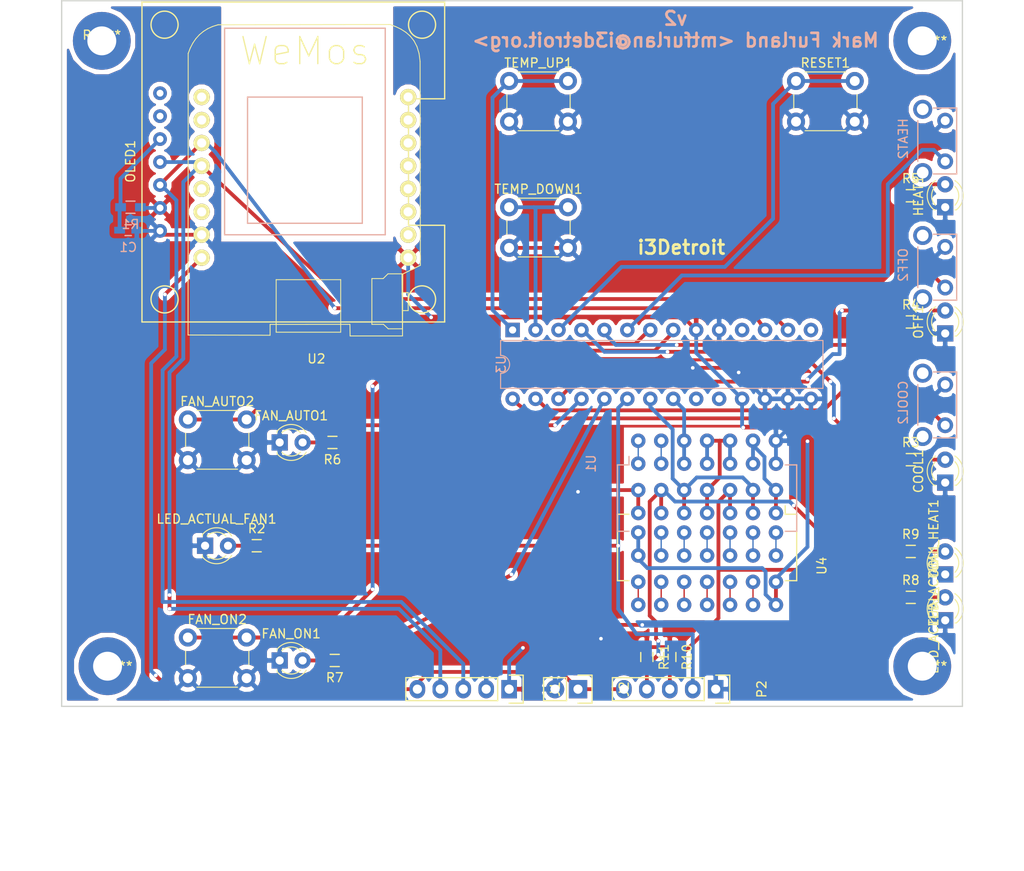
<source format=kicad_pcb>
(kicad_pcb (version 20211014) (generator pcbnew)
  (title_block (rev "2.0"))
  (layers (0 "F.Cu" signal) (31 "B.Cu" signal) (34 "B.Paste" user) (35 "F.Paste" user) (36 "B.SilkS" user "B.Silkscreen") (37 "F.SilkS" user "F.Silkscreen") (38 "B.Mask" user) (39 "F.Mask" user) (44 "Edge.Cuts" user))
  (net 0 "")
  (net 1 "Net-(C1-Pad1)")
  (net 2 "GND")
  (net 3 "/LED_COOL")
  (net 4 "Net-(COOL1-Pad2)")
  (net 5 "/BUTTON_COOL")
  (net 6 "/LED_FAN_AUTO")
  (net 7 "Net-(FAN_AUTO1-Pad2)")
  (net 8 "/BUTTON_FAN_AUTO")
  (net 9 "Net-(FAN_ON1-Pad2)")
  (net 10 "/BUTTON_FAN_ON")
  (net 11 "/LED_HEAT")
  (net 12 "Net-(HEAT1-Pad2)")
  (net 13 "/BUTTON_HEAT")
  (net 14 "/LED_OFF")
  (net 15 "Net-(OFF1-Pad2)")
  (net 16 "/BUTTON_OFF")
  (net 17 "+3V3")
  (net 18 "/SCL")
  (net 19 "/SDA")
  (net 20 "/CONTROL_FAN_ON")
  (net 21 "/CONTROL_ENABLE")
  (net 22 "/BUTTON_RESET")
  (net 23 "/BUTTON_TEMP_DOWN")
  (net 24 "/BUTTON_TEMP_UP")
  (net 25 "/CONTROL_SELECT")
  (net 26 "Net-(U1-Pad6)")
  (net 27 "Net-(U1-Pad4)")
  (net 28 "/LED_FAN_FORCED")
  (net 29 "/COOL_OUT")
  (net 30 "/HEAT_OUT")
  (net 31 "Net-(LED_ACTUAL_COOL1-Pad2)")
  (net 32 "Net-(LED_ACTUAL_FAN1-Pad2)")
  (net 33 "Net-(LED_ACTUAL_HEAT1-Pad2)")
  (net 34 "+5V")
  (footprint "LEDs:LED_D3.0mm" (layer "F.Cu") (at 154.94 114.3 90)
    (fp_text reference "COOL1")
    (fp_text value "LED")
  )
  (footprint "LEDs:LED_D3.0mm" (layer "F.Cu") (at 81.28 109.855)
    (fp_text reference "FAN_AUTO1")
    (fp_text value "LED")
  )
  (footprint "Buttons_Switches_THT:SW_PUSH_6mm" (layer "F.Cu") (at 71.12 107.315)
    (fp_text reference "FAN_AUTO2")
    (fp_text value "SW_Push")
  )
  (footprint "LEDs:LED_D3.0mm" (layer "F.Cu") (at 81.28 133.985)
    (fp_text reference "FAN_ON1")
    (fp_text value "LED")
  )
  (footprint "Buttons_Switches_THT:SW_PUSH_6mm" (layer "F.Cu") (at 71.12 131.445)
    (fp_text reference "FAN_ON2")
    (fp_text value "SW_Push")
  )
  (footprint "LEDs:LED_D3.0mm" (layer "F.Cu") (at 154.94 83.82 90)
    (fp_text reference "HEAT1")
    (fp_text value "LED")
  )
  (footprint "LEDs:LED_D3.0mm" (layer "F.Cu") (at 154.94 97.79 90)
    (fp_text reference "OFF1")
    (fp_text value "LED")
  )
  (footprint "Buttons_Switches_THT:SW_PUSH_6mm" (layer "F.Cu") (at 138.43 69.85)
    (fp_text reference "RESET1")
    (fp_text value "SW_Push")
  )
  (footprint "Buttons_Switches_THT:SW_PUSH_6mm" (layer "F.Cu") (at 106.68 83.82)
    (fp_text reference "TEMP_DOWN1")
    (fp_text value "SW_Push")
  )
  (footprint "Buttons_Switches_THT:SW_PUSH_6mm" (layer "F.Cu") (at 106.68 69.85)
    (fp_text reference "TEMP_UP1")
    (fp_text value "SW_Push")
  )
  (footprint "wemos_d1_mini:D1_mini_board" (layer "F.Cu") (at 84.074 81.788)
    (fp_text reference "U2")
    (fp_text value "WeMos_mini")
  )
  (footprint "LEDs:LED_D3.0mm" (layer "F.Cu") (at 154.94 129.54 90)
    (fp_text reference "LED_ACTUAL_COOL1")
    (fp_text value "LED")
  )
  (footprint "LEDs:LED_D3.0mm" (layer "F.Cu") (at 73.025 121.285)
    (fp_text reference "LED_ACTUAL_FAN1")
    (fp_text value "LED")
  )
  (footprint "LEDs:LED_D3.0mm" (layer "F.Cu") (at 154.94 124.46 90)
    (fp_text reference "LED_ACTUAL_HEAT1")
    (fp_text value "LED")
  )
  (footprint "mine:OLED_I2C_SPI" (layer "F.Cu") (at 66.04 96.52 90)
    (fp_text reference "OLED1")
    (fp_text value "CONN_01X07")
  )
  (footprint "Resistors_SMD:R_0603_HandSoldering" (layer "F.Cu") (at 78.74 121.285)
    (fp_text reference "R2")
    (fp_text value "120R")
  )
  (footprint "Resistors_SMD:R_0603_HandSoldering" (layer "F.Cu") (at 151.13 111.76)
    (fp_text reference "R3")
    (fp_text value "120R")
  )
  (footprint "Resistors_SMD:R_0603_HandSoldering" (layer "F.Cu") (at 151.13 96.52)
    (fp_text reference "R4")
    (fp_text value "120R")
  )
  (footprint "Resistors_SMD:R_0603_HandSoldering" (layer "F.Cu") (at 151.13 82.55)
    (fp_text reference "R5")
    (fp_text value "120R")
  )
  (footprint "Resistors_SMD:R_0603_HandSoldering" (layer "F.Cu") (at 87.122 109.855 180)
    (fp_text reference "R6")
    (fp_text value "120R")
  )
  (footprint "Resistors_SMD:R_0603_HandSoldering" (layer "F.Cu") (at 87.376 133.985 180)
    (fp_text reference "R7")
    (fp_text value "120R")
  )
  (footprint "Resistors_SMD:R_0603_HandSoldering" (layer "F.Cu") (at 151.13 127)
    (fp_text reference "R8")
    (fp_text value "120R")
  )
  (footprint "Resistors_SMD:R_0603_HandSoldering" (layer "F.Cu") (at 151.13 121.92)
    (fp_text reference "R9")
    (fp_text value "120R")
  )
  (footprint "Resistors_SMD:R_0603_HandSoldering" (layer "F.Cu") (at 124.46 133.604 -90)
    (fp_text reference "R10")
    (fp_text value "5.7k")
  )
  (footprint "Resistors_SMD:R_0603_HandSoldering" (layer "F.Cu") (at 121.92 133.604 -90)
    (fp_text reference "R11")
    (fp_text value "5.7k")
  )
  (footprint "Pin_Headers:Pin_Header_Straight_1x05" (layer "F.Cu") (at 129.54 137.16 -90)
    (fp_text reference "P2")
    (fp_text value "CONN_01X05")
  )
  (footprint "Pin_Headers:Pin_Header_Straight_1x05" (layer "F.Cu") (at 106.68 137.16 -90)
    (fp_text reference "J1")
    (fp_text value "BME280, or daughterboard connector")
  )
  (footprint "Pin_Headers:Pin_Header_Straight_1x02" (layer "F.Cu") (at 114.3 137.16 -90)
    (fp_text reference "J2")
    (fp_text value "5v connector to power from 24vac off control wires")
  )
  (footprint "i3Logo:i3Logo" (layer "F.Cu") (at 125.095 76.835)
    (fp_text reference "svg2mod" hide)
    (fp_text value "G***" hide)
  )
  (footprint "mine:DIP-14_W7.62mm_cuttable-trace" (layer "F.Cu") (at 136.2075 117.6655 -90)
    (fp_text reference "U4")
    (fp_text value "74LS08")
  )
  (footprint "Mounting_Holes:MountingHole_3.2mm_M3_Pad" (layer "F.Cu") (at 61.595 65.405)
    (fp_text reference "REF**")
    (fp_text value "MountingHole_3.2mm_M3_Pad")
  )
  (footprint "Mounting_Holes:MountingHole_3.2mm_M3_Pad" (layer "F.Cu") (at 62.23 134.62)
    (fp_text reference "REF**")
    (fp_text value "MountingHole_3.2mm_M3_Pad")
  )
  (footprint "Mounting_Holes:MountingHole_3.2mm_M3_Pad" (layer "F.Cu") (at 152.4 134.62)
    (fp_text reference "REF**")
    (fp_text value "MountingHole_3.2mm_M3_Pad")
  )
  (footprint "Mounting_Holes:MountingHole_3.2mm_M3_Pad" (layer "F.Cu") (at 152.4 65.405)
    (fp_text reference "REF**")
    (fp_text value "MountingHole_3.2mm_M3_Pad")
  )
  (footprint "Housings_DIP:DIP-28_W7.62mm" (layer "B.Cu") (at 107.061 97.409 -90)
    (fp_text reference "U3")
    (fp_text value "MCP23017")
  )
  (footprint "Resistors_SMD:R_0603_HandSoldering" (layer "B.Cu") (at 64.77 83.82)
    (fp_text reference "R1")
    (fp_text value "120R")
  )
  (footprint "Capacitors_SMD:C_0603_HandSoldering" (layer "B.Cu") (at 64.516 86.36)
    (fp_text reference "C1")
    (fp_text value "4.7µF")
  )
  (footprint "Buttons_Switches_ThroughHole:SW_Tactile_SPST_Angled" (layer "B.Cu") (at 154.94 107.95 90)
    (fp_text reference "COOL2")
    (fp_text value "SW_Push")
  )
  (footprint "Buttons_Switches_ThroughHole:SW_Tactile_SPST_Angled" (layer "B.Cu") (at 154.94 78.74 90)
    (fp_text reference "HEAT2")
    (fp_text value "SW_Push")
  )
  (footprint "Buttons_Switches_ThroughHole:SW_Tactile_SPST_Angled" (layer "B.Cu") (at 154.94 92.71 90)
    (fp_text reference "OFF2")
    (fp_text value "SW_Push")
  )
  (footprint "mine:DIP-14_W7.62mm_cuttable-trace" (layer "B.Cu") (at 120.9675 112.2045 -90)
    (fp_text reference "U1")
    (fp_text value "74HC04")
  )
  (gr_line (start 156.845 139.065) (end 156.845 60.96) (layer "Edge.Cuts") (width 0.15))
  (gr_line (start 57.15 60.96) (end 156.845 60.96) (layer "Edge.Cuts") (width 0.15))
  (gr_line (start 156.845 139.065) (end 57.15 139.065) (layer "Edge.Cuts") (width 0.15))
  (gr_line (start 57.15 139.065) (end 57.15 60.96) (layer "Edge.Cuts") (width 0.15))
  (gr_text "v2\nMark Furland <mtfurlan@i3detroit.org>" (at 125.095 64.135) (layer "B.SilkS") (effects (font (size 1.5 1.5) (thickness 0.3)) (justify mirror)))
  (gr_text "i3Detroit" (at 125.73 88.265) (layer "F.SilkS") (effects (font (size 1.5 1.5) (thickness 0.3))))
  (segment (start 137.16 137.16) (end 137.16 137.033) (width 0.42) (layer "F.Cu") (net 0))
  (segment (start 63.566 83.924) (end 63.67 83.82) (width 0.42) (layer "B.Cu") (net 1))
  (segment (start 63.67 80.65) (end 68.04 76.28) (width 0.42) (layer "B.Cu") (net 1))
  (segment (start 63.67 83.82) (end 63.67 80.65) (width 0.42) (layer "B.Cu") (net 1))
  (segment (start 63.566 86.36) (end 63.566 83.924) (width 0.42) (layer "B.Cu") (net 1))
  (segment (start 67.96 86.36) (end 68.04 86.44) (width 0.42) (layer "F.Cu") (net 2))
  (segment (start 68.468 86.868) (end 68.04 86.44) (width 0.42) (layer "F.Cu") (net 2))
  (segment (start 121.412 130.048) (end 118.872 130.048) (width 0.42) (layer "F.Cu") (net 2))
  (segment (start 118.872 130.048) (end 117.856 131.064) (width 0.42) (layer "F.Cu") (net 2))
  (segment (start 116.84 131.572) (end 117.856 131.064) (width 0.42) (layer "F.Cu") (net 2))
  (segment (start 132.08 102.108) (end 131.572 101.6) (width 0.42) (layer "F.Cu") (net 2))
  (segment (start 127 101.6) (end 131.572 101.6) (width 0.42) (layer "F.Cu") (net 2))
  (segment (start 114.4905 115.1255) (end 114.3 115.316) (width 0.42) (layer "F.Cu") (net 2))
  (segment (start 120.9675 115.1255) (end 120.9675 117.6655) (width 0.42) (layer "F.Cu") (net 2))
  (segment (start 120.9675 115.1255) (end 114.4905 115.1255) (width 0.42) (layer "F.Cu") (net 2))
  (segment (start 106.68 88.32) (end 113.18 88.32) (width 0.42) (layer "F.Cu") (net 2))
  (segment (start 120.9675 115.1255) (end 120.9675 114.9985) (width 0.42) (layer "F.Cu") (net 2))
  (segment (start 72.644 86.868) (end 68.468 86.868) (width 0.42) (layer "F.Cu") (net 2))
  (via (at 121.412 130.048) (size 0.42) (drill 0.4) (layers "F.Cu" "B.Cu") (net 2))
  (via (at 132.08 102.108) (size 0.42) (drill 0.4) (layers "F.Cu" "B.Cu") (net 2))
  (via (at 116.84 131.572) (size 0.42) (drill 0.4) (layers "F.Cu" "B.Cu") (net 2))
  (via (at 127 101.6) (size 0.42) (drill 0.4) (layers "F.Cu" "B.Cu") (net 2))
  (via (at 114.3 115.316) (size 0.42) (drill 0.4) (layers "F.Cu" "B.Cu") (net 2))
  (segment (start 65.546 86.44) (end 65.466 86.36) (width 0.42) (layer "B.Cu") (net 2))
  (segment (start 129.54 132.588) (end 127 130.048) (width 0.42) (layer "B.Cu") (net 2))
  (segment (start 127 130.048) (end 121.412 130.048) (width 0.42) (layer "B.Cu") (net 2))
  (segment (start 111.76 136.652) (end 116.84 131.572) (width 0.42) (layer "B.Cu") (net 2))
  (segment (start 136.2075 109.6645) (end 137.541 108.331) (width 0.42) (layer "B.Cu") (net 2))
  (segment (start 137.541 108.331) (end 137.541 105.029) (width 0.42) (layer "B.Cu") (net 2))
  (segment (start 132.08 102.108) (end 135.001 105.029) (width 0.42) (layer "B.Cu") (net 2))
  (segment (start 135.001 105.029) (end 140.081 105.029) (width 0.42) (layer "B.Cu") (net 2))
  (segment (start 68.04 86.44) (end 68.04 86.265) (width 0.42) (layer "B.Cu") (net 2))
  (segment (start 136.2075 112.2045) (end 136.2075 109.6645) (width 0.42) (layer "B.Cu") (net 2))
  (segment (start 68.04 86.44) (end 65.546 86.44) (width 0.42) (layer "B.Cu") (net 2))
  (segment (start 111.76 137.16) (end 111.76 136.652) (width 0.42) (layer "B.Cu") (net 2))
  (segment (start 129.54 137.16) (end 129.54 132.588) (width 0.42) (layer "B.Cu") (net 2))
  (segment (start 109.601 107.188) (end 107.061 105.156) (width 0.42) (layer "F.Cu") (net 3))
  (segment (start 109.601 107.188) (end 139.192 107.188) (width 0.42) (layer "F.Cu") (net 3))
  (segment (start 139.192 107.188) (end 143.68 111.76) (width 0.42) (layer "F.Cu") (net 3))
  (segment (start 107.061 105.029) (end 107.061 105.156) (width 0.42) (layer "F.Cu") (net 3))
  (segment (start 150.03 111.76) (end 143.68 111.76) (width 0.42) (layer "F.Cu") (net 3))
  (segment (start 152.23 111.76) (end 154.94 111.76) (width 0.42) (layer "F.Cu") (net 4))
  (segment (start 124.206 99.822) (end 125.857 99.822) (width 0.42) (layer "F.Cu") (net 5))
  (segment (start 138.938 99.822) (end 142.24 103.124) (width 0.42) (layer "F.Cu") (net 5))
  (segment (start 142.621 107.188) (end 143.383 107.95) (width 0.42) (layer "F.Cu") (net 5))
  (segment (start 153.67 106.68) (end 151.13 106.68) (width 0.42) (layer "F.Cu") (net 5))
  (segment (start 151.13 106.68) (end 149.86 107.95) (width 0.42) (layer "F.Cu") (net 5))
  (segment (start 153.67 106.68) (end 154.94 107.95) (width 0.42) (layer "F.Cu") (net 5))
  (segment (start 125.857 99.822) (end 138.938 99.822) (width 0.42) (layer "F.Cu") (net 5))
  (segment (start 143.383 107.95) (end 149.86 107.95) (width 0.42) (layer "F.Cu") (net 5))
  (via (at 124.206 99.822) (size 0.42) (drill 0.4) (layers "F.Cu" "B.Cu") (net 5))
  (via (at 142.24 103.124) (size 0.42) (drill 0.4) (layers "F.Cu" "B.Cu") (net 5))
  (via (at 142.621 107.188) (size 0.42) (drill 0.4) (layers "F.Cu" "B.Cu") (net 5))
  (segment (start 114.808 97.409) (end 117.221 99.822) (width 0.42) (layer "B.Cu") (net 5))
  (segment (start 117.221 99.822) (end 124.206 99.822) (width 0.42) (layer "B.Cu") (net 5))
  (segment (start 142.24 103.124) (end 142.621 103.505) (width 0.42) (layer "B.Cu") (net 5))
  (segment (start 142.621 103.505) (end 142.621 107.188) (width 0.42) (layer "B.Cu") (net 5))
  (segment (start 114.681 97.409) (end 114.808 97.409) (width 0.42) (layer "B.Cu") (net 5))
  (segment (start 90.127 107.95) (end 88.222 109.855) (width 0.42) (layer "F.Cu") (net 6))
  (segment (start 111.76 107.95) (end 90.127 107.95) (width 0.42) (layer "F.Cu") (net 6))
  (via (at 111.76 107.95) (size 0.42) (drill 0.4) (layers "F.Cu" "B.Cu") (net 6))
  (segment (start 114.681 105.029) (end 111.76 107.95) (width 0.42) (layer "B.Cu") (net 6))
  (segment (start 86.022 109.855) (end 83.82 109.855) (width 0.42) (layer "F.Cu") (net 7))
  (segment (start 122.174 97.409) (end 120.65 98.933) (width 0.42) (layer "F.Cu") (net 8))
  (segment (start 120.65 98.933) (end 100.203 98.933) (width 0.42) (layer "F.Cu") (net 8))
  (segment (start 86.002 98.933) (end 77.62 107.315) (width 0.42) (layer "F.Cu") (net 8))
  (segment (start 77.62 107.315) (end 71.12 107.315) (width 0.42) (layer "F.Cu") (net 8))
  (segment (start 100.203 98.933) (end 86.002 98.933) (width 0.42) (layer "F.Cu") (net 8))
  (segment (start 122.301 97.409) (end 122.174 97.409) (width 0.42) (layer "F.Cu") (net 8))
  (segment (start 86.276 133.985) (end 83.82 133.985) (width 0.42) (layer "F.Cu") (net 9))
  (segment (start 124.841 97.663) (end 122.809 99.695) (width 0.42) (layer "F.Cu") (net 10))
  (segment (start 122.809 99.695) (end 97.536 99.695) (width 0.42) (layer "F.Cu") (net 10))
  (segment (start 95.504 99.695) (end 91.567 103.632) (width 0.42) (layer "F.Cu") (net 10))
  (segment (start 91.567 126.111) (end 86.233 131.445) (width 0.42) (layer "F.Cu") (net 10))
  (segment (start 86.233 131.445) (end 71.12 131.445) (width 0.42) (layer "F.Cu") (net 10))
  (segment (start 86.233 131.445) (end 91.567 126.111) (width 0.42) (layer "F.Cu") (net 10))
  (segment (start 77.62 131.445) (end 86.233 131.445) (width 0.42) (layer "F.Cu") (net 10))
  (segment (start 124.841 97.409) (end 124.841 97.663) (width 0.42) (layer "F.Cu") (net 10))
  (segment (start 97.536 99.695) (end 95.504 99.695) (width 0.42) (layer "F.Cu") (net 10))
  (via (at 91.567 126.111) (size 0.42) (drill 0.4) (layers "F.Cu" "B.Cu") (net 10))
  (via (at 91.567 103.632) (size 0.42) (drill 0.4) (layers "F.Cu" "B.Cu") (net 10))
  (segment (start 91.567 103.632) (end 91.567 120.269) (width 0.42) (layer "B.Cu") (net 10))
  (segment (start 91.567 120.269) (end 91.567 126.111) (width 0.42) (layer "B.Cu") (net 10))
  (segment (start 114.046 103.124) (end 139.7 103.124) (width 0.42) (layer "F.Cu") (net 11))
  (segment (start 150.03 91.27) (end 146.05 95.25) (width 0.42) (layer "F.Cu") (net 11))
  (segment (start 146.05 95.25) (end 143.51 95.25) (width 0.42) (layer "F.Cu") (net 11))
  (segment (start 112.141 105.029) (end 114.046 103.124) (width 0.42) (layer "F.Cu") (net 11))
  (segment (start 139.7 103.124) (end 139.7 102.87) (width 0.42) (layer "F.Cu") (net 11))
  (segment (start 150.03 82.55) (end 150.03 91.27) (width 0.42) (layer "F.Cu") (net 11))
  (via (at 143.51 95.25) (size 0.42) (drill 0.4) (layers "F.Cu" "B.Cu") (net 11))
  (via (at 139.7 102.87) (size 0.42) (drill 0.4) (layers "F.Cu" "B.Cu") (net 11))
  (segment (start 143.51 95.25) (end 143.256 95.504) (width 0.42) (layer "B.Cu") (net 11))
  (segment (start 143.256 95.504) (end 143.256 100.076) (width 0.42) (layer "B.Cu") (net 11))
  (segment (start 139.7 102.87) (end 142.494 100.076) (width 0.42) (layer "B.Cu") (net 11))
  (segment (start 142.494 100.076) (end 143.256 100.076) (width 0.42) (layer "B.Cu") (net 11))
  (segment (start 153.5 81.28) (end 152.23 82.55) (width 0.42) (layer "F.Cu") (net 12))
  (segment (start 154.94 81.28) (end 153.5 81.28) (width 0.42) (layer "F.Cu") (net 12))
  (segment (start 125.7935 91.3765) (end 119.761 97.409) (width 0.42) (layer "B.Cu") (net 13))
  (segment (start 148.59 91.3765) (end 125.7935 91.3765) (width 0.42) (layer "B.Cu") (net 13))
  (segment (start 148.59 81.28) (end 152.4 77.47) (width 0.42) (layer "B.Cu") (net 13))
  (segment (start 152.4 77.47) (end 153.67 77.47) (width 0.42) (layer "B.Cu") (net 13))
  (segment (start 153.67 77.47) (end 154.94 78.74) (width 0.42) (layer "B.Cu") (net 13))
  (segment (start 148.59 91.3765) (end 148.59 81.28) (width 0.42) (layer "B.Cu") (net 13))
  (segment (start 110.998 106.299) (end 141.478 106.299) (width 0.42) (layer "F.Cu") (net 14))
  (segment (start 143.68 104.097) (end 141.478 106.299) (width 0.42) (layer "F.Cu") (net 14))
  (segment (start 110.998 106.299) (end 109.728 105.029) (width 0.42) (layer "F.Cu") (net 14))
  (segment (start 150.03 98.89) (end 146.05 102.87) (width 0.42) (layer "F.Cu") (net 14))
  (segment (start 146.05 102.87) (end 143.68 102.87) (width 0.42) (layer "F.Cu") (net 14))
  (segment (start 109.601 105.029) (end 109.728 105.029) (width 0.42) (layer "F.Cu") (net 14))
  (segment (start 150.03 96.52) (end 150.03 98.89) (width 0.42) (layer "F.Cu") (net 14))
  (segment (start 143.68 102.87) (end 143.68 104.097) (width 0.42) (layer "F.Cu") (net 14))
  (segment (start 153.5 95.25) (end 152.23 96.52) (width 0.42) (layer "F.Cu") (net 15))
  (segment (start 154.94 95.25) (end 153.5 95.25) (width 0.42) (layer "F.Cu") (net 15))
  (segment (start 125.222 99.06) (end 126.111 99.06) (width 0.42) (layer "F.Cu") (net 16))
  (segment (start 126.111 99.06) (end 126.238 99.06) (width 0.42) (layer "F.Cu") (net 16))
  (segment (start 148.59 93.98) (end 151.13 91.44) (width 0.42) (layer "F.Cu") (net 16))
  (segment (start 151.13 91.44) (end 153.67 91.44) (width 0.42) (layer "F.Cu") (net 16))
  (segment (start 153.67 91.44) (end 154.94 92.71) (width 0.42) (layer "F.Cu") (net 16))
  (segment (start 148.59 99.06) (end 148.59 93.98) (width 0.42) (layer "F.Cu") (net 16))
  (segment (start 126.111 99.06) (end 148.59 99.06) (width 0.42) (layer "F.Cu") (net 16))
  (via (at 125.222 99.06) (size 0.42) (drill 0.4) (layers "F.Cu" "B.Cu") (net 16))
  (segment (start 117.221 97.79) (end 118.491 99.06) (width 0.42) (layer "B.Cu") (net 16))
  (segment (start 118.491 99.06) (end 125.222 99.06) (width 0.42) (layer "B.Cu") (net 16))
  (segment (start 117.221 97.409) (end 117.221 97.79) (width 0.42) (layer "B.Cu") (net 16))
  (segment (start 67.96 83.82) (end 68.04 83.9) (width 0.42) (layer "F.Cu") (net 17))
  (segment (start 139.7 109.728) (end 138.176 108.204) (width 0.42) (layer "F.Cu") (net 17))
  (segment (start 138.176 108.204) (end 132.588 108.204) (width 0.42) (layer "F.Cu") (net 17))
  (segment (start 125.984 96.012) (end 98.044 96.012) (width 0.42) (layer "F.Cu") (net 17))
  (segment (start 108.288 132.504) (end 108.204 132.588) (width 0.42) (layer "F.Cu") (net 17))
  (segment (start 136.2075 125.2855) (end 136.2075 127.8255) (width 0.42) (layer "F.Cu") (net 17))
  (segment (start 124.46 132.504) (end 121.92 132.504) (width 0.42) (layer "F.Cu") (net 17))
  (segment (start 127.381 97.409) (end 125.984 96.012) (width 0.42) (layer "F.Cu") (net 17))
  (segment (start 121.92 132.504) (end 108.288 132.504) (width 0.42) (layer "F.Cu") (net 17))
  (via (at 108.204 132.588) (size 0.42) (drill 0.4) (layers "F.Cu" "B.Cu") (net 17))
  (via (at 98.044 96.012) (size 0.42) (drill 0.4) (layers "F.Cu" "B.Cu") (net 17))
  (via (at 132.588 108.204) (size 0.42) (drill 0.4) (layers "F.Cu" "B.Cu") (net 17))
  (via (at 139.7 109.728) (size 0.42) (drill 0.4) (layers "F.Cu" "B.Cu") (net 17))
  (segment (start 121.9835 123.7615) (end 120.9675 122.7455) (width 0.42) (layer "B.Cu") (net 17))
  (segment (start 121.9835 123.7615) (end 134.6835 123.7615) (width 0.42) (layer "B.Cu") (net 17))
  (segment (start 135.0645 126.6825) (end 135.0645 124.1425) (width 0.42) (layer "B.Cu") (net 17))
  (segment (start 135.0645 124.1425) (end 134.6835 123.7615) (width 0.42) (layer "B.Cu") (net 17))
  (segment (start 127.381 99.949) (end 132.461 105.029) (width 0.42) (layer "B.Cu") (net 17))
  (segment (start 136.2075 124.9045) (end 139.7 121.412) (width 0.42) (layer "B.Cu") (net 17))
  (segment (start 139.7 121.412) (end 139.7 109.728) (width 0.42) (layer "B.Cu") (net 17))
  (segment (start 132.588 108.204) (end 132.461 108.077) (width 0.42) (layer "B.Cu") (net 17))
  (segment (start 132.461 108.077) (end 132.461 105.029) (width 0.42) (layer "B.Cu") (net 17))
  (segment (start 98.044 96.012) (end 95.504 93.472) (width 0.42) (layer "B.Cu") (net 17))
  (segment (start 95.504 93.472) (end 95.504 89.408) (width 0.42) (layer "B.Cu") (net 17))
  (segment (start 65.95 83.9) (end 65.87 83.82) (width 0.42) (layer "B.Cu") (net 17))
  (segment (start 108.204 132.588) (end 106.68 134.112) (width 0.42) (layer "B.Cu") (net 17))
  (segment (start 106.68 134.112) (end 106.68 137.16) (width 0.42) (layer "B.Cu") (net 17))
  (segment (start 68.04 83.9) (end 65.95 83.9) (width 0.42) (layer "B.Cu") (net 17))
  (segment (start 120.9675 119.8245) (end 120.9675 122.3645) (width 0.42) (layer "B.Cu") (net 17))
  (segment (start 120.9675 122.3645) (end 120.9675 122.7455) (width 0.42) (layer "B.Cu") (net 17))
  (segment (start 127.381 97.409) (end 127.381 99.949) (width 0.42) (layer "B.Cu") (net 17))
  (segment (start 136.2075 125.2855) (end 136.2075 124.9045) (width 0.42) (layer "B.Cu") (net 17))
  (segment (start 136.2075 127.8255) (end 135.0645 126.6825) (width 0.42) (layer "B.Cu") (net 17))
  (segment (start 68.04 81.312) (end 72.644 76.708) (width 0.42) (layer "F.Cu") (net 18))
  (segment (start 133.35 94.996) (end 87.376 94.996) (width 0.42) (layer "F.Cu") (net 18))
  (segment (start 68.04 81.36) (end 68.04 81.312) (width 0.42) (layer "F.Cu") (net 18))
  (segment (start 135.001 97.409) (end 133.35 94.996) (width 0.42) (layer "F.Cu") (net 18))
  (via (at 87.376 94.996) (size 0.42) (drill 0.4) (layers "F.Cu" "B.Cu") (net 18))
  (segment (start 69.85 83.058) (end 68.152 81.36) (width 0.42) (layer "B.Cu") (net 18))
  (segment (start 69.85 83.058) (end 69.85 100.33) (width 0.42) (layer "B.Cu") (net 18))
  (segment (start 68.326 127.508) (end 68.326 101.854) (width 0.42) (layer "B.Cu") (net 18))
  (segment (start 69.85 100.33) (end 68.326 101.854) (width 0.42) (layer "B.Cu") (net 18))
  (segment (start 94.742 127.508) (end 99.822 132.588) (width 0.42) (layer "B.Cu") (net 18))
  (segment (start 87.376 94.996) (end 74.168 77.724) (width 0.42) (layer "B.Cu") (net 18))
  (segment (start 74.168 77.724) (end 73.152 76.708) (width 0.42) (layer "B.Cu") (net 18))
  (segment (start 73.152 76.708) (end 72.644 76.708) (width 0.42) (layer "B.Cu") (net 18))
  (segment (start 101.6 134.366) (end 99.822 132.588) (width 0.42) (layer "B.Cu") (net 18))
  (segment (start 68.326 127.508) (end 94.742 127.508) (width 0.42) (layer "B.Cu") (net 18))
  (segment (start 101.6 137.16) (end 101.6 134.366) (width 0.42) (layer "B.Cu") (net 18))
  (segment (start 68.04 81.36) (end 68.152 81.36) (width 0.42) (layer "B.Cu") (net 18))
  (segment (start 69.088 126.746) (end 69.088 128.27) (width 0.42) (layer "F.Cu") (net 19))
  (segment (start 88.392 93.98) (end 72.644 79.248) (width 0.42) (layer "F.Cu") (net 19))
  (segment (start 135.128 94.996) (end 137.541 97.409) (width 0.42) (layer "F.Cu") (net 19))
  (segment (start 134.112 93.98) (end 88.392 93.98) (width 0.42) (layer "F.Cu") (net 19))
  (segment (start 134.112 93.98) (end 135.128 94.996) (width 0.42) (layer "F.Cu") (net 19))
  (via (at 69.088 128.27) (size 0.42) (drill 0.4) (layers "F.Cu" "B.Cu") (net 19))
  (via (at 69.088 126.746) (size 0.42) (drill 0.4) (layers "F.Cu" "B.Cu") (net 19))
  (segment (start 72.216 78.82) (end 72.644 79.248) (width 0.42) (layer "B.Cu") (net 19))
  (segment (start 72.39 79.248) (end 70.612 81.026) (width 0.42) (layer "B.Cu") (net 19))
  (segment (start 70.612 81.026) (end 70.612 100.584) (width 0.42) (layer "B.Cu") (net 19))
  (segment (start 99.06 132.842) (end 94.488 128.27) (width 0.42) (layer "B.Cu") (net 19))
  (segment (start 94.488 128.27) (end 69.596 128.27) (width 0.42) (layer "B.Cu") (net 19))
  (segment (start 69.088 102.108) (end 69.088 126.746) (width 0.42) (layer "B.Cu") (net 19))
  (segment (start 69.088 128.27) (end 69.596 128.27) (width 0.42) (layer "B.Cu") (net 19))
  (segment (start 68.04 78.82) (end 68.5 78.82) (width 0.42) (layer "B.Cu") (net 19))
  (segment (start 68.04 78.82) (end 72.216 78.82) (width 0.42) (layer "B.Cu") (net 19))
  (segment (start 70.612 100.584) (end 69.088 102.108) (width 0.42) (layer "B.Cu") (net 19))
  (segment (start 72.644 79.248) (end 72.39 79.248) (width 0.42) (layer "B.Cu") (net 19))
  (segment (start 68.04 78.82) (end 68.04 78.835) (width 0.42) (layer "B.Cu") (net 19))
  (segment (start 99.06 137.16) (end 99.06 132.842) (width 0.42) (layer "B.Cu") (net 19))
  (segment (start 116.967 121.285) (end 118.745 121.285) (width 0.42) (layer "F.Cu") (net 20))
  (segment (start 79.84 121.285) (end 116.967 121.285) (width 0.42) (layer "F.Cu") (net 20))
  (via (at 118.745 121.285) (size 0.42) (drill 0.4) (layers "F.Cu" "B.Cu") (net 20))
  (segment (start 118.745 121.285) (end 118.745 121.285) (width 0.42) (layer "B.Cu") (net 20))
  (segment (start 118.745 121.285) (end 118.745 106.045) (width 0.42) (layer "B.Cu") (net 20))
  (segment (start 118.745 106.045) (end 119.761 105.029) (width 0.42) (layer "B.Cu") (net 20))
  (segment (start 127 132.08) (end 127 131.064) (width 0.42) (layer "B.Cu") (net 20))
  (segment (start 127 131.064) (end 120.777 131.064) (width 0.42) (layer "B.Cu") (net 20))
  (segment (start 120.777 131.064) (end 118.745 128.27) (width 0.42) (layer "B.Cu") (net 20))
  (segment (start 118.745 128.27) (end 118.745 121.285) (width 0.42) (layer "B.Cu") (net 20))
  (segment (start 127 137.16) (end 127 132.08) (width 0.42) (layer "B.Cu") (net 20))
  (segment (start 126.0475 115.1255) (end 126.0475 117.6655) (width 0.42) (layer "F.Cu") (net 21))
  (segment (start 133.6675 115.1255) (end 133.6675 117.6655) (width 0.42) (layer "F.Cu") (net 21))
  (segment (start 133.6675 114.8715) (end 132.5245 113.7285) (width 0.42) (layer "B.Cu") (net 21))
  (segment (start 132.5245 113.7285) (end 127.4445 113.7285) (width 0.42) (layer "B.Cu") (net 21))
  (segment (start 127.4445 113.7285) (end 126.0475 115.1255) (width 0.42) (layer "B.Cu") (net 21))
  (segment (start 122.301 105.918) (end 124.7775 108.3945) (width 0.42) (layer "B.Cu") (net 21))
  (segment (start 124.7775 108.3945) (end 124.7775 113.8555) (width 0.42) (layer "B.Cu") (net 21))
  (segment (start 124.7775 113.8555) (end 126.0475 115.1255) (width 0.42) (layer "B.Cu") (net 21))
  (segment (start 126.0475 115.1255) (end 126.0475 114.8715) (width 0.42) (layer "B.Cu") (net 21))
  (segment (start 133.6675 115.1255) (end 133.6675 114.8715) (width 0.42) (layer "B.Cu") (net 21))
  (segment (start 122.301 105.029) (end 122.301 105.918) (width 0.42) (layer "B.Cu") (net 21))
  (segment (start 138.43 69.85) (end 144.93 69.85) (width 0.42) (layer "B.Cu") (net 22))
  (segment (start 135.89 72.39) (end 135.89 85.09) (width 0.42) (layer "B.Cu") (net 22))
  (segment (start 135.89 85.09) (end 130.556 90.424) (width 0.42) (layer "B.Cu") (net 22))
  (segment (start 130.556 90.424) (end 119.126 90.424) (width 0.42) (layer "B.Cu") (net 22))
  (segment (start 119.126 90.424) (end 112.141 97.409) (width 0.42) (layer "B.Cu") (net 22))
  (segment (start 138.43 69.85) (end 135.89 72.39) (width 0.42) (layer "B.Cu") (net 22))
  (segment (start 109.601 84.0105) (end 109.4105 83.82) (width 0.42) (layer "B.Cu") (net 23))
  (segment (start 109.4105 83.82) (end 113.18 83.82) (width 0.42) (layer "B.Cu") (net 23))
  (segment (start 109.601 97.409) (end 109.601 84.0105) (width 0.42) (layer "B.Cu") (net 23))
  (segment (start 106.68 83.82) (end 109.4105 83.82) (width 0.42) (layer "B.Cu") (net 23))
  (segment (start 106.68 69.85) (end 104.8385 71.6915) (width 0.42) (layer "B.Cu") (net 24))
  (segment (start 104.8385 71.6915) (end 104.8385 95.1865) (width 0.42) (layer "B.Cu") (net 24))
  (segment (start 104.8385 95.1865) (end 107.061 97.409) (width 0.42) (layer "B.Cu") (net 24))
  (segment (start 113.18 69.85) (end 106.68 69.85) (width 0.42) (layer "B.Cu") (net 24))
  (segment (start 126.0475 109.6645) (end 125.6665 109.6645) (width 0.42) (layer "F.Cu") (net 25))
  (segment (start 126.0475 106.2355) (end 124.841 105.029) (width 0.42) (layer "B.Cu") (net 25))
  (segment (start 126.0475 109.6645) (end 126.0475 106.2355) (width 0.42) (layer "B.Cu") (net 25))
  (segment (start 126.0475 112.2045) (end 126.0475 109.6645) (width 0.42) (layer "B.Cu") (net 25))
  (segment (start 136.2075 115.1255) (end 136.2075 114.7445) (width 0.42) (layer "F.Cu") (net 26))
  (segment (start 136.2075 115.1255) (end 136.2075 117.6655) (width 0.42) (layer "F.Cu") (net 26))
  (segment (start 134.9375 113.8555) (end 134.9375 111.4425) (width 0.42) (layer "B.Cu") (net 26))
  (segment (start 134.9375 111.4425) (end 133.6675 110.1725) (width 0.42) (layer "B.Cu") (net 26))
  (segment (start 133.6675 110.1725) (end 133.6675 109.6645) (width 0.42) (layer "B.Cu") (net 26))
  (segment (start 136.2075 115.1255) (end 134.9375 113.8555) (width 0.42) (layer "B.Cu") (net 26))
  (segment (start 133.6675 109.6645) (end 133.6675 112.2045) (width 0.42) (layer "B.Cu") (net 26))
  (segment (start 129.9845 109.6645) (end 128.5875 109.6645) (width 0.42) (layer "F.Cu") (net 27))
  (segment (start 129.9845 113.7285) (end 128.5875 115.1255) (width 0.42) (layer "F.Cu") (net 27))
  (segment (start 128.5875 115.1255) (end 128.5875 117.6655) (width 0.42) (layer "F.Cu") (net 27))
  (segment (start 129.9845 109.6645) (end 129.9845 113.7285) (width 0.42) (layer "F.Cu") (net 27))
  (segment (start 131.1275 109.6645) (end 129.9845 109.6645) (width 0.42) (layer "F.Cu") (net 27))
  (segment (start 131.1275 109.6645) (end 131.1275 112.2045) (width 0.42) (layer "B.Cu") (net 27))
  (segment (start 128.5875 109.6645) (end 128.5875 112.2045) (width 0.42) (layer "B.Cu") (net 27))
  (segment (start 106.807 124.587) (end 106.934 124.46) (width 0.42) (layer "F.Cu") (net 28))
  (segment (start 106.807 124.587) (end 88.476 133.985) (width 0.42) (layer "F.Cu") (net 28))
  (via (at 106.934 124.46) (size 0.42) (drill 0.4) (layers "F.Cu" "B.Cu") (net 28))
  (segment (start 107.061 124.333) (end 106.934 124.46) (width 0.42) (layer "B.Cu") (net 28))
  (segment (start 117.221 105.029) (end 107.061 124.333) (width 0.42) (layer "B.Cu") (net 28))
  (segment (start 124.46 134.6835) (end 129.8448 129.2987) (width 0.42) (layer "F.Cu") (net 29))
  (segment (start 129.8448 129.2987) (end 129.8448 123.952) (width 0.42) (layer "F.Cu") (net 29))
  (segment (start 129.8448 116.4082) (end 131.1275 115.1255) (width 0.42) (layer "F.Cu") (net 29))
  (segment (start 129.8448 123.952) (end 129.8448 116.4082) (width 0.42) (layer "F.Cu") (net 29))
  (segment (start 146.982 123.952) (end 150.03 127) (width 0.42) (layer "F.Cu") (net 29))
  (segment (start 131.1275 117.6655) (end 131.1275 115.1255) (width 0.42) (layer "F.Cu") (net 29))
  (segment (start 124.46 137.16) (end 124.46 134.704) (width 0.42) (layer "F.Cu") (net 29))
  (segment (start 124.46 134.704) (end 124.46 134.6835) (width 0.42) (layer "F.Cu") (net 29))
  (segment (start 145.966 123.952) (end 146.982 123.952) (width 0.42) (layer "F.Cu") (net 29))
  (segment (start 129.8448 123.952) (end 145.966 123.952) (width 0.42) (layer "F.Cu") (net 29))
  (segment (start 122.2375 129.032) (end 122.2375 116.3955) (width 0.42) (layer "F.Cu") (net 30))
  (segment (start 123.5075 115.1255) (end 122.2375 116.3955) (width 0.42) (layer "F.Cu") (net 30))
  (segment (start 122.936 133.604) (end 121.92 134.62) (width 0.42) (layer "F.Cu") (net 30))
  (segment (start 122.936 129.7305) (end 122.2375 129.032) (width 0.42) (layer "F.Cu") (net 30))
  (segment (start 123.19 131.826) (end 122.936 131.572) (width 0.42) (layer "F.Cu") (net 30))
  (segment (start 122.936 131.572) (end 122.936 129.7305) (width 0.42) (layer "F.Cu") (net 30))
  (segment (start 143.51 121.92) (end 140.97 119.38) (width 0.42) (layer "F.Cu") (net 30))
  (segment (start 140.716 119.38) (end 138.176 116.84) (width 0.42) (layer "F.Cu") (net 30))
  (segment (start 123.5075 115.1255) (end 123.5075 115.1255) (width 0.42) (layer "F.Cu") (net 30))
  (segment (start 121.92 137.16) (end 121.92 134.704) (width 0.42) (layer "F.Cu") (net 30))
  (segment (start 123.5075 115.1255) (end 123.6345 115.1255) (width 0.42) (layer "F.Cu") (net 30))
  (segment (start 140.97 119.38) (end 140.716 119.38) (width 0.42) (layer "F.Cu") (net 30))
  (segment (start 122.936 133.604) (end 123.19 133.35) (width 0.42) (layer "F.Cu") (net 30))
  (segment (start 121.92 134.704) (end 121.92 134.62) (width 0.42) (layer "F.Cu") (net 30))
  (segment (start 123.5075 115.1255) (end 123.5075 117.6655) (width 0.42) (layer "F.Cu") (net 30))
  (segment (start 150.03 121.92) (end 143.51 121.92) (width 0.42) (layer "F.Cu") (net 30))
  (via (at 123.19 131.826) (size 0.42) (drill 0.4) (layers "F.Cu" "B.Cu") (net 30))
  (via (at 123.19 133.35) (size 0.42) (drill 0.4) (layers "F.Cu" "B.Cu") (net 30))
  (via (at 138.176 116.84) (size 0.42) (drill 0.4) (layers "F.Cu" "B.Cu") (net 30))
  (segment (start 123.7615 115.1255) (end 125.0315 116.3955) (width 0.42) (layer "B.Cu") (net 30))
  (segment (start 125.0315 116.3955) (end 136.5885 116.3955) (width 0.42) (layer "B.Cu") (net 30))
  (segment (start 137.7315 116.3955) (end 138.176 116.84) (width 0.42) (layer "B.Cu") (net 30))
  (segment (start 123.19 133.35) (end 123.19 131.826) (width 0.42) (layer "B.Cu") (net 30))
  (segment (start 123.5075 115.1255) (end 123.7615 115.1255) (width 0.42) (layer "B.Cu") (net 30))
  (segment (start 136.5885 116.3955) (end 137.7315 116.3955) (width 0.42) (layer "B.Cu") (net 30))
  (segment (start 152.23 127) (end 154.94 127) (width 0.42) (layer "F.Cu") (net 31))
  (segment (start 77.64 121.285) (end 75.565 121.285) (width 0.42) (layer "F.Cu") (net 32))
  (segment (start 152.23 121.92) (end 154.94 121.92) (width 0.42) (layer "F.Cu") (net 33))
  (segment (start 80.264 137.16) (end 79.502 137.922) (width 0.42) (layer "F.Cu") (net 34))
  (segment (start 79.502 137.922) (end 69.85 137.922) (width 0.42) (layer "F.Cu") (net 34))
  (segment (start 69.85 137.922) (end 67.564 135.636) (width 0.42) (layer "F.Cu") (net 34))
  (segment (start 72.644 89.408) (end 68.58 93.472) (width 0.42) (layer "F.Cu") (net 34))
  (segment (start 96.52 136.525) (end 97.79 135.255) (width 0.42) (layer "F.Cu") (net 34))
  (segment (start 97.79 135.255) (end 112.395 135.255) (width 0.42) (layer "F.Cu") (net 34))
  (segment (start 112.395 135.255) (end 114.3 137.16) (width 0.42) (layer "F.Cu") (net 34))
  (segment (start 114.3 137.16) (end 119.38 137.16) (width 0.42) (layer "F.Cu") (net 34))
  (segment (start 96.52 137.16) (end 96.52 136.525) (width 0.42) (layer "F.Cu") (net 34))
  (segment (start 80.264 137.16) (end 96.52 137.16) (width 0.42) (layer "F.Cu") (net 34))
  (via (at 67.564 135.636) (size 0.42) (drill 0.4) (layers "F.Cu" "B.Cu") (net 34))
  (via (at 68.58 93.472) (size 0.42) (drill 0.4) (layers "F.Cu" "B.Cu") (net 34))
  (segment (start 68.58 93.472) (end 68.58 99.568) (width 0.42) (layer "B.Cu") (net 34))
  (segment (start 68.58 99.568) (end 67.056 101.092) (width 0.42) (layer "B.Cu") (net 34))
  (segment (start 67.056 101.092) (end 67.056 135.128) (width 0.42) (layer "B.Cu") (net 34))
  (segment (start 67.056 135.128) (end 67.564 135.636) (width 0.42) (layer "B.Cu") (net 34))
  (zone (net 17) (net_name "+3V3") (layer "F.Cu") (connect_pads (clearance 0.508)) (min_thickness 0.254) (fill yes (thermal_gap 0.508) (thermal_bridge_width 0.508))
    (polygon (pts (xy 156.083 138.43) (xy 57.658 138.43) (xy 57.658 61.595) (xy 74.803 61.595) (xy 74.803 87.63) (xy 93.853 87.63) (xy 93.853 61.595) (xy 156.083 61.595)))
  )
  (zone (net 0) (net_name "") (layer "F.Cu") (connect_pads (clearance 0)) (min_thickness 0.254)
    (keepout (tracks allowed) (vias allowed) (pads allowed) (copperpour not_allowed) (footprints allowed))
    (fill (thermal_gap 0.508) (thermal_bridge_width 0.508))
    (polygon (pts (xy 137.668 129.54) (xy 119.38 129.54) (xy 119.38 108.204) (xy 137.668 108.204)))
  )
  (zone (net 2) (net_name "GND") (layer "B.Cu") (connect_pads (clearance 0.508)) (min_thickness 0.254) (fill yes (thermal_gap 0.508) (thermal_bridge_width 0.508))
    (polygon (pts (xy 156.083 138.43) (xy 57.658 138.43) (xy 57.658 61.595) (xy 74.803 61.595) (xy 74.803 87.63) (xy 93.853 87.63) (xy 93.853 61.595) (xy 156.083 61.595)))
  )
  (zone (net 0) (net_name "") (layer "B.Cu") (connect_pads (clearance 0)) (min_thickness 0.254)
    (keepout (tracks allowed) (vias allowed) (pads allowed) (copperpour not_allowed) (footprints allowed))
    (fill (thermal_gap 0.508) (thermal_bridge_width 0.508))
    (polygon (pts (xy 137.668 129.54) (xy 119.38 129.54) (xy 119.38 110.236) (xy 137.668 110.236)))
  )
)
</source>
